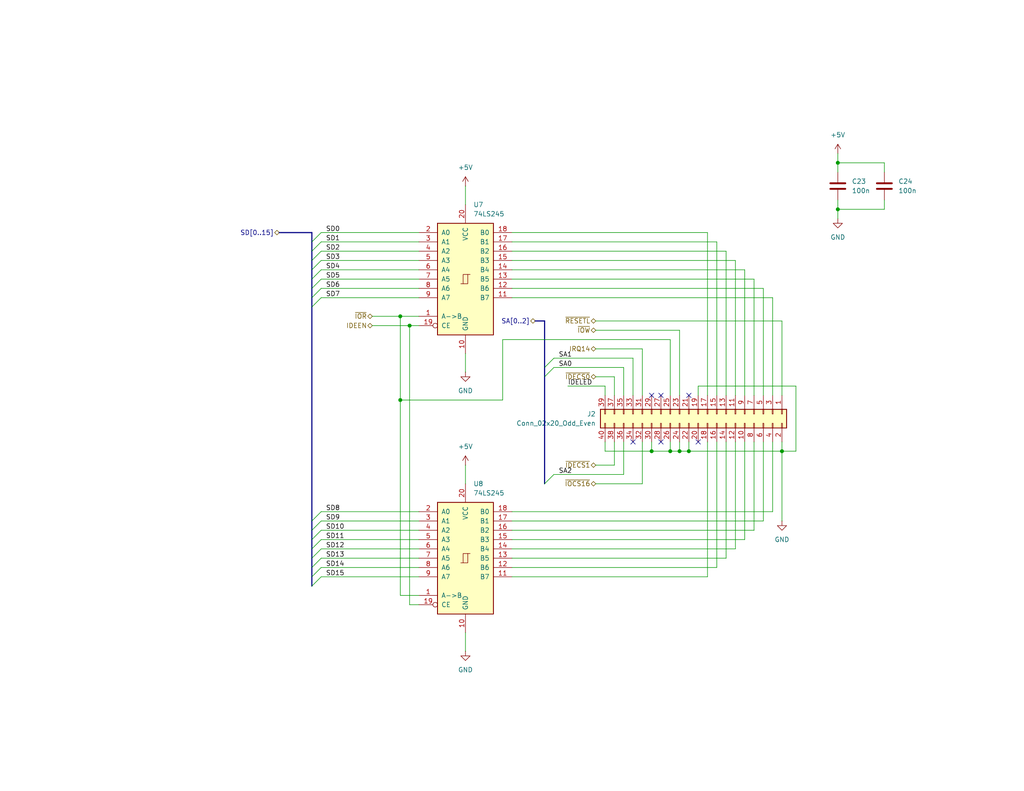
<source format=kicad_sch>
(kicad_sch (version 20250114) (generator "eeschema") (generator_version "9.0")
  (paper "USLetter")
  (lib_symbols
    (symbol "74xx:74LS245" (pin_names (offset 1.016))
      (property "Reference" "U" (at -7.62 16.51 0))
      (property "Value" "74LS245" (at -7.62 -16.51 0))
      (symbol "74LS245_1_0"
        (polyline (pts (xy -1.27 -1.27) (xy 0.635 -1.27) (xy 0.635 1.27) (xy 1.27 1.27)))
        (polyline (pts (xy -0.635 -1.27) (xy -0.635 1.27) (xy 0.635 1.27)))
        (pin tri_state line (at -12.7 12.7 0) (length 5.08) (name "A0") (number "2"))
        (pin tri_state line (at -12.7 10.16 0) (length 5.08) (name "A1") (number "3"))
        (pin tri_state line (at -12.7 7.62 0) (length 5.08) (name "A2") (number "4"))
        (pin tri_state line (at -12.7 5.08 0) (length 5.08) (name "A3") (number "5"))
        (pin tri_state line (at -12.7 2.54 0) (length 5.08) (name "A4") (number "6"))
        (pin tri_state line (at -12.7 0 0) (length 5.08) (name "A5") (number "7"))
        (pin tri_state line (at -12.7 -2.54 0) (length 5.08) (name "A6") (number "8"))
        (pin tri_state line (at -12.7 -5.08 0) (length 5.08) (name "A7") (number "9"))
        (pin input line (at -12.7 -10.16 0) (length 5.08) (name "A->B") (number "1"))
        (pin input inverted (at -12.7 -12.7 0) (length 5.08) (name "CE") (number "19"))
        (pin power_in line (at 0 20.32 270) (length 5.08) (name "VCC") (number "20"))
        (pin power_in line (at 0 -20.32 90) (length 5.08) (name "GND") (number "10"))
        (pin tri_state line (at 12.7 12.7 180) (length 5.08) (name "B0") (number "18"))
        (pin tri_state line (at 12.7 10.16 180) (length 5.08) (name "B1") (number "17"))
        (pin tri_state line (at 12.7 7.62 180) (length 5.08) (name "B2") (number "16"))
        (pin tri_state line (at 12.7 5.08 180) (length 5.08) (name "B3") (number "15"))
        (pin tri_state line (at 12.7 2.54 180) (length 5.08) (name "B4") (number "14"))
        (pin tri_state line (at 12.7 0 180) (length 5.08) (name "B5") (number "13"))
        (pin tri_state line (at 12.7 -2.54 180) (length 5.08) (name "B6") (number "12"))
        (pin tri_state line (at 12.7 -5.08 180) (length 5.08) (name "B7") (number "11"))
      )
      (symbol "74LS245_1_1"
        (rectangle (start -7.62 15.24) (end 7.62 -15.24) (stroke (width 0.254)) (fill (type background)))
      )
    )
    (symbol "Connector_Generic:Conn_02x20_Odd_Even" (pin_names (offset 1.016) (hide yes))
      (property "Reference" "J" (at 1.27 25.4 0))
      (property "Value" "Conn_02x20_Odd_Even" (at 1.27 -27.94 0))
      (symbol "Conn_02x20_Odd_Even_1_1"
        (rectangle (start -1.27 24.13) (end 3.81 -26.67) (stroke (width 0.254)) (fill (type background)))
        (rectangle (start -1.27 22.987) (end 0 22.733) (stroke (width 0.1524)))
        (rectangle (start -1.27 20.447) (end 0 20.193) (stroke (width 0.1524)))
        (rectangle (start -1.27 17.907) (end 0 17.653) (stroke (width 0.1524)))
        (rectangle (start -1.27 15.367) (end 0 15.113) (stroke (width 0.1524)))
        (rectangle (start -1.27 12.827) (end 0 12.573) (stroke (width 0.1524)))
        (rectangle (start -1.27 10.287) (end 0 10.033) (stroke (width 0.1524)))
        (rectangle (start -1.27 7.747) (end 0 7.493) (stroke (width 0.1524)))
        (rectangle (start -1.27 5.207) (end 0 4.953) (stroke (width 0.1524)))
        (rectangle (start -1.27 2.667) (end 0 2.413) (stroke (width 0.1524)))
        (rectangle (start -1.27 0.127) (end 0 -0.127) (stroke (width 0.1524)))
        (rectangle (start -1.27 -2.413) (end 0 -2.667) (stroke (width 0.1524)))
        (rectangle (start -1.27 -4.953) (end 0 -5.207) (stroke (width 0.1524)))
        (rectangle (start -1.27 -7.493) (end 0 -7.747) (stroke (width 0.1524)))
        (rectangle (start -1.27 -10.033) (end 0 -10.287) (stroke (width 0.1524)))
        (rectangle (start -1.27 -12.573) (end 0 -12.827) (stroke (width 0.1524)))
        (rectangle (start -1.27 -15.113) (end 0 -15.367) (stroke (width 0.1524)))
        (rectangle (start -1.27 -17.653) (end 0 -17.907) (stroke (width 0.1524)))
        (rectangle (start -1.27 -20.193) (end 0 -20.447) (stroke (width 0.1524)))
        (rectangle (start -1.27 -22.733) (end 0 -22.987) (stroke (width 0.1524)))
        (rectangle (start -1.27 -25.273) (end 0 -25.527) (stroke (width 0.1524)))
        (rectangle (start 3.81 22.987) (end 2.54 22.733) (stroke (width 0.1524)))
        (rectangle (start 3.81 20.447) (end 2.54 20.193) (stroke (width 0.1524)))
        (rectangle (start 3.81 17.907) (end 2.54 17.653) (stroke (width 0.1524)))
        (rectangle (start 3.81 15.367) (end 2.54 15.113) (stroke (width 0.1524)))
        (rectangle (start 3.81 12.827) (end 2.54 12.573) (stroke (width 0.1524)))
        (rectangle (start 3.81 10.287) (end 2.54 10.033) (stroke (width 0.1524)))
        (rectangle (start 3.81 7.747) (end 2.54 7.493) (stroke (width 0.1524)))
        (rectangle (start 3.81 5.207) (end 2.54 4.953) (stroke (width 0.1524)))
        (rectangle (start 3.81 2.667) (end 2.54 2.413) (stroke (width 0.1524)))
        (rectangle (start 3.81 0.127) (end 2.54 -0.127) (stroke (width 0.1524)))
        (rectangle (start 3.81 -2.413) (end 2.54 -2.667) (stroke (width 0.1524)))
        (rectangle (start 3.81 -4.953) (end 2.54 -5.207) (stroke (width 0.1524)))
        (rectangle (start 3.81 -7.493) (end 2.54 -7.747) (stroke (width 0.1524)))
        (rectangle (start 3.81 -10.033) (end 2.54 -10.287) (stroke (width 0.1524)))
        (rectangle (start 3.81 -12.573) (end 2.54 -12.827) (stroke (width 0.1524)))
        (rectangle (start 3.81 -15.113) (end 2.54 -15.367) (stroke (width 0.1524)))
        (rectangle (start 3.81 -17.653) (end 2.54 -17.907) (stroke (width 0.1524)))
        (rectangle (start 3.81 -20.193) (end 2.54 -20.447) (stroke (width 0.1524)))
        (rectangle (start 3.81 -22.733) (end 2.54 -22.987) (stroke (width 0.1524)))
        (rectangle (start 3.81 -25.273) (end 2.54 -25.527) (stroke (width 0.1524)))
        (pin passive line (at -5.08 22.86 0) (length 3.81) (name "Pin_1") (number "1"))
        (pin passive line (at -5.08 20.32 0) (length 3.81) (name "Pin_3") (number "3"))
        (pin passive line (at -5.08 17.78 0) (length 3.81) (name "Pin_5") (number "5"))
        (pin passive line (at -5.08 15.24 0) (length 3.81) (name "Pin_7") (number "7"))
        (pin passive line (at -5.08 12.7 0) (length 3.81) (name "Pin_9") (number "9"))
        (pin passive line (at -5.08 10.16 0) (length 3.81) (name "Pin_11") (number "11"))
        (pin passive line (at -5.08 7.62 0) (length 3.81) (name "Pin_13") (number "13"))
        (pin passive line (at -5.08 5.08 0) (length 3.81) (name "Pin_15") (number "15"))
        (pin passive line (at -5.08 2.54 0) (length 3.81) (name "Pin_17") (number "17"))
        (pin passive line (at -5.08 0 0) (length 3.81) (name "Pin_19") (number "19"))
        (pin passive line (at -5.08 -2.54 0) (length 3.81) (name "Pin_21") (number "21"))
        (pin passive line (at -5.08 -5.08 0) (length 3.81) (name "Pin_23") (number "23"))
        (pin passive line (at -5.08 -7.62 0) (length 3.81) (name "Pin_25") (number "25"))
        (pin passive line (at -5.08 -10.16 0) (length 3.81) (name "Pin_27") (number "27"))
        (pin passive line (at -5.08 -12.7 0) (length 3.81) (name "Pin_29") (number "29"))
        (pin passive line (at -5.08 -15.24 0) (length 3.81) (name "Pin_31") (number "31"))
        (pin passive line (at -5.08 -17.78 0) (length 3.81) (name "Pin_33") (number "33"))
        (pin passive line (at -5.08 -20.32 0) (length 3.81) (name "Pin_35") (number "35"))
        (pin passive line (at -5.08 -22.86 0) (length 3.81) (name "Pin_37") (number "37"))
        (pin passive line (at -5.08 -25.4 0) (length 3.81) (name "Pin_39") (number "39"))
        (pin passive line (at 7.62 22.86 180) (length 3.81) (name "Pin_2") (number "2"))
        (pin passive line (at 7.62 20.32 180) (length 3.81) (name "Pin_4") (number "4"))
        (pin passive line (at 7.62 17.78 180) (length 3.81) (name "Pin_6") (number "6"))
        (pin passive line (at 7.62 15.24 180) (length 3.81) (name "Pin_8") (number "8"))
        (pin passive line (at 7.62 12.7 180) (length 3.81) (name "Pin_10") (number "10"))
        (pin passive line (at 7.62 10.16 180) (length 3.81) (name "Pin_12") (number "12"))
        (pin passive line (at 7.62 7.62 180) (length 3.81) (name "Pin_14") (number "14"))
        (pin passive line (at 7.62 5.08 180) (length 3.81) (name "Pin_16") (number "16"))
        (pin passive line (at 7.62 2.54 180) (length 3.81) (name "Pin_18") (number "18"))
        (pin passive line (at 7.62 0 180) (length 3.81) (name "Pin_20") (number "20"))
        (pin passive line (at 7.62 -2.54 180) (length 3.81) (name "Pin_22") (number "22"))
        (pin passive line (at 7.62 -5.08 180) (length 3.81) (name "Pin_24") (number "24"))
        (pin passive line (at 7.62 -7.62 180) (length 3.81) (name "Pin_26") (number "26"))
        (pin passive line (at 7.62 -10.16 180) (length 3.81) (name "Pin_28") (number "28"))
        (pin passive line (at 7.62 -12.7 180) (length 3.81) (name "Pin_30") (number "30"))
        (pin passive line (at 7.62 -15.24 180) (length 3.81) (name "Pin_32") (number "32"))
        (pin passive line (at 7.62 -17.78 180) (length 3.81) (name "Pin_34") (number "34"))
        (pin passive line (at 7.62 -20.32 180) (length 3.81) (name "Pin_36") (number "36"))
        (pin passive line (at 7.62 -22.86 180) (length 3.81) (name "Pin_38") (number "38"))
        (pin passive line (at 7.62 -25.4 180) (length 3.81) (name "Pin_40") (number "40"))
      )
    )
    (symbol "Device:C" (pin_numbers (hide yes)) (pin_names (offset 0.254))
      (property "Reference" "C" (at 0.635 2.54 0))
      (property "Value" "C" (at 0.635 -2.54 0))
      (symbol "C_0_1"
        (polyline (pts (xy -2.032 0.762) (xy 2.032 0.762)) (stroke (width 0.508)))
        (polyline (pts (xy -2.032 -0.762) (xy 2.032 -0.762)) (stroke (width 0.508)))
      )
      (symbol "C_1_1"
        (pin passive line (at 0 3.81 270) (length 2.794) (name "~") (number "1"))
        (pin passive line (at 0 -3.81 90) (length 2.794) (name "~") (number "2"))
      )
    )
    (symbol "power:+5V" (power) (pin_numbers (hide yes)) (pin_names (offset 0) (hide yes))
      (property "Value" "+5V" (at 0 3.556 0))
      (symbol "+5V_0_1"
        (polyline (pts (xy -0.762 1.27) (xy 0 2.54)))
        (polyline (pts (xy 0 2.54) (xy 0.762 1.27)))
        (polyline (pts (xy 0 0) (xy 0 2.54)))
      )
      (symbol "+5V_1_1"
        (pin power_in line (at 0 0 90) (length 0) (name "~") (number "1"))
      )
    )
    (symbol "power:GND" (power) (pin_numbers (hide yes)) (pin_names (offset 0) (hide yes))
      (property "Value" "GND" (at 0 -3.81 0))
      (symbol "GND_0_1"
        (polyline (pts (xy 0 0) (xy 0 -1.27) (xy 1.27 -1.27) (xy 0 -2.54) (xy -1.27 -1.27) (xy 0 -1.27)))
      )
      (symbol "GND_1_1"
        (pin power_in line (at 0 0 270) (length 0) (name "~") (number "1"))
      )
    )
  )
  (junction (at 228.6 44.45))
  (junction (at 177.8 123.19))
  (junction (at 185.42 123.19))
  (junction (at 213.36 123.19))
  (junction (at 111.76 88.9))
  (junction (at 228.6 57.15))
  (junction (at 109.22 109.22))
  (junction (at 109.22 86.36))
  (junction (at 187.96 123.19))
  (junction (at 182.88 123.19))
  (no_connect (at 190.5 120.65))
  (no_connect (at 180.34 107.95))
  (no_connect (at 172.72 120.65))
  (no_connect (at 180.34 120.65))
  (no_connect (at 187.96 107.95))
  (no_connect (at 177.8 107.95))
  (bus_entry (at 151.13 100.33) (size -2.54 2.54))
  (bus_entry (at 87.63 76.2) (size -2.54 2.54))
  (bus_entry (at 87.63 66.04) (size -2.54 2.54))
  (bus_entry (at 87.63 81.28) (size -2.54 2.54))
  (bus_entry (at 87.63 63.5) (size -2.54 2.54))
  (bus_entry (at 87.63 147.32) (size -2.54 2.54))
  (bus_entry (at 87.63 142.24) (size -2.54 2.54))
  (bus_entry (at 87.63 144.78) (size -2.54 2.54))
  (bus_entry (at 87.63 139.7) (size -2.54 2.54))
  (bus_entry (at 151.13 129.54) (size -2.54 2.54))
  (bus_entry (at 87.63 149.86) (size -2.54 2.54))
  (bus_entry (at 87.63 71.12) (size -2.54 2.54))
  (bus_entry (at 87.63 157.48) (size -2.54 2.54))
  (bus_entry (at 87.63 68.58) (size -2.54 2.54))
  (bus_entry (at 87.63 78.74) (size -2.54 2.54))
  (bus_entry (at 151.13 97.79) (size -2.54 2.54))
  (bus_entry (at 87.63 152.4) (size -2.54 2.54))
  (bus_entry (at 87.63 154.94) (size -2.54 2.54))
  (bus_entry (at 87.63 73.66) (size -2.54 2.54))
  (wire (pts (xy 87.63 154.94) (xy 114.3 154.94)))
  (wire (pts (xy 175.26 107.95) (xy 175.26 95.25)))
  (wire (pts (xy 190.5 105.41) (xy 217.17 105.41)))
  (wire (pts (xy 109.22 86.36) (xy 114.3 86.36)))
  (wire (pts (xy 208.28 142.24) (xy 208.28 120.65)))
  (bus (pts (xy 85.09 83.82) (xy 85.09 142.24)))
  (wire (pts (xy 139.7 154.94) (xy 195.58 154.94)))
  (wire (pts (xy 87.63 66.04) (xy 114.3 66.04)))
  (wire (pts (xy 203.2 73.66) (xy 139.7 73.66)))
  (wire (pts (xy 139.7 71.12) (xy 200.66 71.12)))
  (wire (pts (xy 139.7 139.7) (xy 210.82 139.7)))
  (wire (pts (xy 109.22 162.56) (xy 109.22 109.22)))
  (wire (pts (xy 228.6 57.15) (xy 228.6 59.69)))
  (wire (pts (xy 87.63 147.32) (xy 114.3 147.32)))
  (wire (pts (xy 198.12 68.58) (xy 198.12 107.95)))
  (wire (pts (xy 87.63 76.2) (xy 114.3 76.2)))
  (wire (pts (xy 162.56 127) (xy 167.64 127)))
  (bus (pts (xy 148.59 100.33) (xy 148.59 102.87)))
  (bus (pts (xy 85.09 147.32) (xy 85.09 149.86)))
  (wire (pts (xy 182.88 107.95) (xy 182.88 92.71)))
  (bus (pts (xy 85.09 78.74) (xy 85.09 81.28)))
  (wire (pts (xy 151.13 97.79) (xy 172.72 97.79)))
  (wire (pts (xy 185.42 120.65) (xy 185.42 123.19)))
  (wire (pts (xy 87.63 68.58) (xy 114.3 68.58)))
  (wire (pts (xy 200.66 149.86) (xy 200.66 120.65)))
  (wire (pts (xy 193.04 157.48) (xy 193.04 120.65)))
  (wire (pts (xy 139.7 142.24) (xy 208.28 142.24)))
  (wire (pts (xy 205.74 76.2) (xy 205.74 107.95)))
  (wire (pts (xy 139.7 147.32) (xy 203.2 147.32)))
  (wire (pts (xy 182.88 120.65) (xy 182.88 123.19)))
  (wire (pts (xy 167.64 120.65) (xy 167.64 127)))
  (wire (pts (xy 87.63 81.28) (xy 114.3 81.28)))
  (bus (pts (xy 85.09 81.28) (xy 85.09 83.82)))
  (bus (pts (xy 85.09 63.5) (xy 85.09 66.04)))
  (wire (pts (xy 228.6 44.45) (xy 241.3 44.45)))
  (wire (pts (xy 190.5 107.95) (xy 190.5 105.41)))
  (bus (pts (xy 85.09 68.58) (xy 85.09 71.12)))
  (wire (pts (xy 182.88 123.19) (xy 185.42 123.19)))
  (wire (pts (xy 127 50.8) (xy 127 55.88)))
  (wire (pts (xy 203.2 107.95) (xy 203.2 73.66)))
  (wire (pts (xy 165.1 120.65) (xy 165.1 123.19)))
  (wire (pts (xy 87.63 152.4) (xy 114.3 152.4)))
  (wire (pts (xy 101.6 88.9) (xy 111.76 88.9)))
  (wire (pts (xy 139.7 152.4) (xy 198.12 152.4)))
  (wire (pts (xy 165.1 107.95) (xy 165.1 105.41)))
  (wire (pts (xy 185.42 123.19) (xy 187.96 123.19)))
  (wire (pts (xy 162.56 132.08) (xy 175.26 132.08)))
  (bus (pts (xy 85.09 142.24) (xy 85.09 144.78)))
  (bus (pts (xy 85.09 73.66) (xy 85.09 76.2)))
  (wire (pts (xy 208.28 107.95) (xy 208.28 78.74)))
  (wire (pts (xy 228.6 41.91) (xy 228.6 44.45)))
  (wire (pts (xy 217.17 123.19) (xy 213.36 123.19)))
  (bus (pts (xy 146.05 87.63) (xy 148.59 87.63)))
  (wire (pts (xy 203.2 147.32) (xy 203.2 120.65)))
  (wire (pts (xy 151.13 129.54) (xy 170.18 129.54)))
  (wire (pts (xy 187.96 123.19) (xy 213.36 123.19)))
  (wire (pts (xy 139.7 81.28) (xy 210.82 81.28)))
  (wire (pts (xy 127 96.52) (xy 127 101.6)))
  (wire (pts (xy 87.63 142.24) (xy 114.3 142.24)))
  (wire (pts (xy 185.42 90.17) (xy 185.42 107.95)))
  (wire (pts (xy 175.26 120.65) (xy 175.26 132.08)))
  (wire (pts (xy 87.63 71.12) (xy 114.3 71.12)))
  (wire (pts (xy 241.3 57.15) (xy 228.6 57.15)))
  (wire (pts (xy 210.82 81.28) (xy 210.82 107.95)))
  (wire (pts (xy 114.3 162.56) (xy 109.22 162.56)))
  (wire (pts (xy 195.58 66.04) (xy 195.58 107.95)))
  (wire (pts (xy 187.96 120.65) (xy 187.96 123.19)))
  (bus (pts (xy 85.09 144.78) (xy 85.09 147.32)))
  (wire (pts (xy 162.56 102.87) (xy 167.64 102.87)))
  (wire (pts (xy 193.04 63.5) (xy 139.7 63.5)))
  (wire (pts (xy 167.64 107.95) (xy 167.64 102.87)))
  (wire (pts (xy 111.76 165.1) (xy 111.76 88.9)))
  (bus (pts (xy 85.09 76.2) (xy 85.09 78.74)))
  (bus (pts (xy 85.09 154.94) (xy 85.09 157.48)))
  (wire (pts (xy 170.18 120.65) (xy 170.18 129.54)))
  (wire (pts (xy 228.6 44.45) (xy 228.6 46.99)))
  (wire (pts (xy 111.76 88.9) (xy 114.3 88.9)))
  (wire (pts (xy 213.36 107.95) (xy 213.36 87.63)))
  (wire (pts (xy 109.22 109.22) (xy 109.22 86.36)))
  (wire (pts (xy 114.3 165.1) (xy 111.76 165.1)))
  (wire (pts (xy 210.82 139.7) (xy 210.82 120.65)))
  (wire (pts (xy 205.74 144.78) (xy 205.74 120.65)))
  (wire (pts (xy 87.63 157.48) (xy 114.3 157.48)))
  (wire (pts (xy 241.3 44.45) (xy 241.3 46.99)))
  (wire (pts (xy 177.8 120.65) (xy 177.8 123.19)))
  (wire (pts (xy 127 127) (xy 127 132.08)))
  (wire (pts (xy 162.56 87.63) (xy 213.36 87.63)))
  (wire (pts (xy 170.18 107.95) (xy 170.18 100.33)))
  (wire (pts (xy 208.28 78.74) (xy 139.7 78.74)))
  (wire (pts (xy 87.63 73.66) (xy 114.3 73.66)))
  (wire (pts (xy 87.63 139.7) (xy 114.3 139.7)))
  (bus (pts (xy 148.59 87.63) (xy 148.59 100.33)))
  (wire (pts (xy 87.63 144.78) (xy 114.3 144.78)))
  (wire (pts (xy 198.12 152.4) (xy 198.12 120.65)))
  (wire (pts (xy 177.8 123.19) (xy 182.88 123.19)))
  (bus (pts (xy 85.09 71.12) (xy 85.09 73.66)))
  (wire (pts (xy 213.36 120.65) (xy 213.36 123.19)))
  (wire (pts (xy 139.7 68.58) (xy 198.12 68.58)))
  (wire (pts (xy 101.6 86.36) (xy 109.22 86.36)))
  (wire (pts (xy 172.72 107.95) (xy 172.72 97.79)))
  (bus (pts (xy 85.09 157.48) (xy 85.09 160.02)))
  (wire (pts (xy 228.6 57.15) (xy 228.6 54.61)))
  (wire (pts (xy 139.7 66.04) (xy 195.58 66.04)))
  (bus (pts (xy 85.09 149.86) (xy 85.09 152.4)))
  (wire (pts (xy 200.66 71.12) (xy 200.66 107.95)))
  (wire (pts (xy 165.1 123.19) (xy 177.8 123.19)))
  (bus (pts (xy 85.09 152.4) (xy 85.09 154.94)))
  (wire (pts (xy 139.7 76.2) (xy 205.74 76.2)))
  (wire (pts (xy 241.3 54.61) (xy 241.3 57.15)))
  (wire (pts (xy 127 172.72) (xy 127 177.8)))
  (wire (pts (xy 213.36 123.19) (xy 213.36 142.24)))
  (wire (pts (xy 162.56 95.25) (xy 175.26 95.25)))
  (wire (pts (xy 139.7 149.86) (xy 200.66 149.86)))
  (wire (pts (xy 217.17 105.41) (xy 217.17 123.19)))
  (wire (pts (xy 139.7 157.48) (xy 193.04 157.48)))
  (wire (pts (xy 137.16 92.71) (xy 182.88 92.71)))
  (wire (pts (xy 195.58 154.94) (xy 195.58 120.65)))
  (wire (pts (xy 162.56 90.17) (xy 185.42 90.17)))
  (wire (pts (xy 154.94 105.41) (xy 165.1 105.41)))
  (wire (pts (xy 137.16 92.71) (xy 137.16 109.22)))
  (wire (pts (xy 137.16 109.22) (xy 109.22 109.22)))
  (wire (pts (xy 193.04 107.95) (xy 193.04 63.5)))
  (bus (pts (xy 76.2 63.5) (xy 85.09 63.5)))
  (wire (pts (xy 87.63 63.5) (xy 114.3 63.5)))
  (wire (pts (xy 151.13 100.33) (xy 170.18 100.33)))
  (bus (pts (xy 148.59 102.87) (xy 148.59 132.08)))
  (bus (pts (xy 85.09 66.04) (xy 85.09 68.58)))
  (wire (pts (xy 139.7 144.78) (xy 205.74 144.78)))
  (wire (pts (xy 87.63 78.74) (xy 114.3 78.74)))
  (wire (pts (xy 87.63 149.86) (xy 114.3 149.86)))
  (label "SD3" (at 88.9 71.12 0))
  (label "SA0" (at 152.4 100.33 0))
  (label "SD13" (at 88.9 152.4 0))
  (label "SD10" (at 88.9 144.78 0))
  (label "SD15" (at 88.9 157.48 0))
  (label "SD5" (at 88.9 76.2 0))
  (label "SD2" (at 88.9 68.58 0))
  (label "SD1" (at 88.9 66.04 0))
  (label "SD4" (at 88.9 73.66 0))
  (label "SD12" (at 88.9 149.86 0))
  (label "SD0" (at 88.9 63.5 0))
  (label "SD6" (at 88.9 78.74 0))
  (label "SD7" (at 88.9 81.28 0))
  (label "SA2" (at 152.4 129.54 0))
  (label "SA1" (at 152.4 97.79 0))
  (label "SD9" (at 88.9 142.24 0))
  (label "SD11" (at 88.9 147.32 0))
  (label "SD8" (at 88.9 139.7 0))
  (label "SD14" (at 88.9 154.94 0))
  (label "IDELED" (at 154.94 105.41 0))
  (hierarchical_label "~{IOCS16}" (shape bidirectional) (at 162.56 132.08 180))
  (hierarchical_label "SD[0..15]" (shape bidirectional) (at 76.2 63.5 180))
  (hierarchical_label "~{IDECS1}" (shape bidirectional) (at 162.56 127 180))
  (hierarchical_label "~{IOR}" (shape bidirectional) (at 101.6 86.36 180))
  (hierarchical_label "SA[0..2]" (shape bidirectional) (at 146.05 87.63 180))
  (hierarchical_label "~{IDECS0}" (shape bidirectional) (at 162.56 102.87 180))
  (hierarchical_label "IDEEN" (shape bidirectional) (at 101.6 88.9 180))
  (hierarchical_label "IRQ14" (shape bidirectional) (at 162.56 95.25 180))
  (hierarchical_label "~{RESETL}" (shape bidirectional) (at 162.56 87.63 180))
  (hierarchical_label "~{IOW}" (shape bidirectional) (at 162.56 90.17 180))
  (symbol (lib_id "power:GND") (at 127 177.8 0) (unit 1)
    (property "Reference" "#PWR030" (effects (hide yes)))
    (property "Value" "GND" (at 127 182.88 0))
    (property "Description" "Power symbol creates a global label with name \"GND\" , ground" (effects (hide yes)))
  )
  (symbol (lib_id "power:GND") (at 228.6 59.69 0) (unit 1)
    (property "Reference" "#PWR033" (effects (hide yes)))
    (property "Value" "GND" (at 228.6 64.77 0))
    (property "Description" "Power symbol creates a global label with name \"GND\" , ground" (effects (hide yes)))
  )
  (symbol (lib_id "power:+5V") (at 127 50.8 0) (unit 1)
    (property "Reference" "#PWR028" (effects (hide yes)))
    (property "Value" "+5V" (at 127 45.72 0))
    (property "Description" "Power symbol creates a global label with name \"+5V\"" (effects (hide yes)))
  )
  (symbol (lib_id "Device:C") (at 241.3 50.8 0) (unit 1)
    (property "Reference" "C24" (at 245.11 49.5299 0) (effects (justify left)))
    (property "Value" "100n" (at 245.11 52.0699 0) (effects (justify left)))
    (property "Footprint" "Capacitor_SMD:C_0603_1608Metric_Pad1.08x0.95mm_HandSolder" (effects (hide yes)))
    (property "Description" "Unpolarized capacitor" (effects (hide yes)))
  )
  (symbol (lib_id "power:+5V") (at 228.6 41.91 0) (unit 1)
    (property "Reference" "#PWR032" (effects (hide yes)))
    (property "Value" "+5V" (at 228.6 36.83 0))
    (property "Description" "Power symbol creates a global label with name \"+5V\"" (effects (hide yes)))
  )
  (symbol (lib_id "74xx:74LS245") (at 127 152.4 0) (unit 1)
    (property "Reference" "U8" (at 129.1433 132.08 0) (effects (justify left)))
    (property "Value" "74LS245" (at 129.1433 134.62 0) (effects (justify left)))
    (property "Footprint" "Package_SO:SOIC-20W_7.5x12.8mm_P1.27mm" (effects (hide yes)))
    (property "Datasheet" "http://www.ti.com/lit/gpn/sn74LS245" (effects (hide yes)))
    (property "Description" "Octal BUS Transceivers, 3-State outputs" (effects (hide yes)))
  )
  (symbol (lib_id "74xx:74LS245") (at 127 76.2 0) (unit 1)
    (property "Reference" "U7" (at 129.1433 55.88 0) (effects (justify left)))
    (property "Value" "74LS245" (at 129.1433 58.42 0) (effects (justify left)))
    (property "Footprint" "Package_SO:SOIC-20W_7.5x12.8mm_P1.27mm" (effects (hide yes)))
    (property "Datasheet" "http://www.ti.com/lit/gpn/sn74LS245" (effects (hide yes)))
    (property "Description" "Octal BUS Transceivers, 3-State outputs" (effects (hide yes)))
  )
  (symbol (lib_id "Device:C") (at 228.6 50.8 0) (unit 1)
    (property "Reference" "C23" (at 232.41 49.5299 0) (effects (justify left)))
    (property "Value" "100n" (at 232.41 52.0699 0) (effects (justify left)))
    (property "Footprint" "Capacitor_SMD:C_0603_1608Metric_Pad1.08x0.95mm_HandSolder" (effects (hide yes)))
    (property "Description" "Unpolarized capacitor" (effects (hide yes)))
  )
  (symbol (lib_id "Connector_Generic:Conn_02x20_Odd_Even") (at 190.5 113.03 270) (unit 1)
    (property "Reference" "J2" (at 162.56 113.0299 90) (effects (justify right)))
    (property "Value" "Conn_02x20_Odd_Even" (at 162.56 115.5699 90) (effects (justify right)))
    (property "Footprint" "Connector_IDC:IDC-Header_2x20_P2.54mm_Vertical" (effects (hide yes)))
    (property "Description" "Generic connector, double row, 02x20, odd/even pin numbering scheme (row 1 odd numbers, row 2 even numbers), script generated (kicad-library-utils/schlib/autogen/connector/)" (effects (hide yes)))
  )
  (symbol (lib_id "power:+5V") (at 127 127 0) (unit 1)
    (property "Reference" "#PWR029" (effects (hide yes)))
    (property "Value" "+5V" (at 127 121.92 0))
    (property "Description" "Power symbol creates a global label with name \"+5V\"" (effects (hide yes)))
  )
  (symbol (lib_id "power:GND") (at 127 101.6 0) (unit 1)
    (property "Reference" "#PWR027" (effects (hide yes)))
    (property "Value" "GND" (at 127 106.68 0))
    (property "Description" "Power symbol creates a global label with name \"GND\" , ground" (effects (hide yes)))
  )
  (symbol (lib_id "power:GND") (at 213.36 142.24 0) (unit 1)
    (property "Reference" "#PWR031" (effects (hide yes)))
    (property "Value" "GND" (at 213.36 147.32 0))
    (property "Description" "Power symbol creates a global label with name \"GND\" , ground" (effects (hide yes)))
  )
)
</source>
